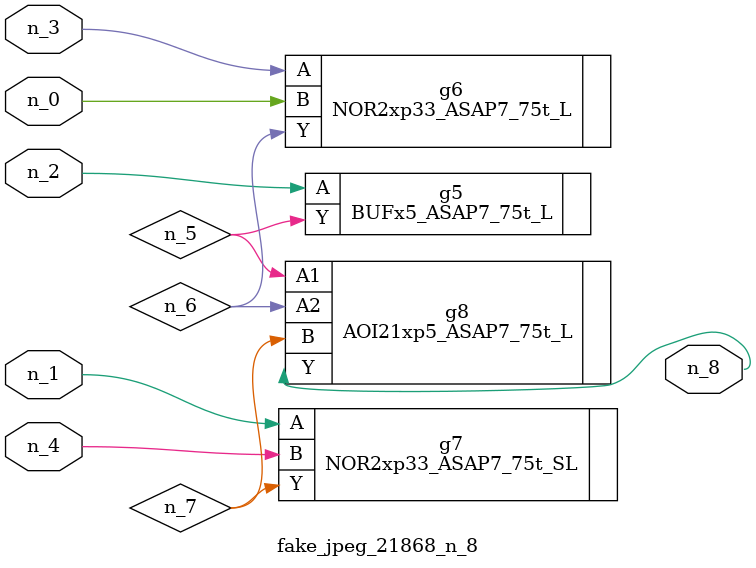
<source format=v>
module fake_jpeg_21868_n_8 (n_3, n_2, n_1, n_0, n_4, n_8);

input n_3;
input n_2;
input n_1;
input n_0;
input n_4;

output n_8;

wire n_6;
wire n_5;
wire n_7;

BUFx5_ASAP7_75t_L g5 ( 
.A(n_2),
.Y(n_5)
);

NOR2xp33_ASAP7_75t_L g6 ( 
.A(n_3),
.B(n_0),
.Y(n_6)
);

NOR2xp33_ASAP7_75t_SL g7 ( 
.A(n_1),
.B(n_4),
.Y(n_7)
);

AOI21xp5_ASAP7_75t_L g8 ( 
.A1(n_5),
.A2(n_6),
.B(n_7),
.Y(n_8)
);


endmodule
</source>
